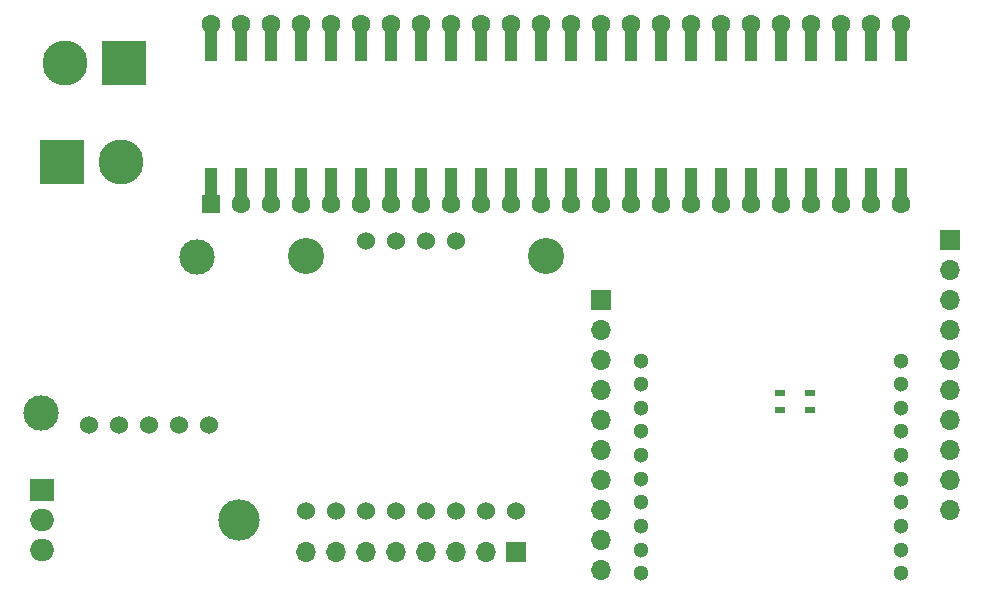
<source format=gbs>
G04 #@! TF.GenerationSoftware,KiCad,Pcbnew,(5.1.10)-1*
G04 #@! TF.CreationDate,2022-04-17T04:02:28-07:00*
G04 #@! TF.ProjectId,GPS_Board,4750535f-426f-4617-9264-2e6b69636164,rev?*
G04 #@! TF.SameCoordinates,Original*
G04 #@! TF.FileFunction,Soldermask,Bot*
G04 #@! TF.FilePolarity,Negative*
%FSLAX46Y46*%
G04 Gerber Fmt 4.6, Leading zero omitted, Abs format (unit mm)*
G04 Created by KiCad (PCBNEW (5.1.10)-1) date 2022-04-17 04:02:28*
%MOMM*%
%LPD*%
G01*
G04 APERTURE LIST*
%ADD10R,0.900000X0.600000*%
%ADD11R,1.016000X2.540000*%
%ADD12C,1.600000*%
%ADD13R,1.600000X1.600000*%
%ADD14C,1.300000*%
%ADD15O,3.500000X3.500000*%
%ADD16R,2.000000X1.905000*%
%ADD17O,2.000000X1.905000*%
%ADD18C,3.000000*%
%ADD19C,1.524000*%
%ADD20C,3.048000*%
%ADD21R,3.800000X3.800000*%
%ADD22C,3.800000*%
%ADD23O,1.700000X1.700000*%
%ADD24R,1.700000X1.700000*%
G04 APERTURE END LIST*
D10*
X180186500Y-95408500D03*
X180186500Y-93908500D03*
X182736500Y-95418500D03*
X182736500Y-93918500D03*
D11*
X162426500Y-76128500D03*
X185286500Y-76128500D03*
X177666500Y-76128500D03*
X167506500Y-76128500D03*
X190366500Y-76128500D03*
X187826500Y-76128500D03*
X175126500Y-76128500D03*
X164966500Y-76128500D03*
X172586500Y-76128500D03*
X182746500Y-76128500D03*
X170046500Y-76128500D03*
X180206500Y-76128500D03*
X139566500Y-76128500D03*
X152266500Y-76128500D03*
X142106500Y-76128500D03*
X144646500Y-76128500D03*
X134486500Y-76128500D03*
X149726500Y-76128500D03*
X157346500Y-76128500D03*
X159886500Y-76128500D03*
X137026500Y-76128500D03*
X154806500Y-76128500D03*
X131946500Y-76128500D03*
X147186500Y-76128500D03*
X159906500Y-64578500D03*
X137046500Y-64578500D03*
X144666500Y-64578500D03*
X154826500Y-64578500D03*
X131966500Y-64578500D03*
X134506500Y-64578500D03*
X147206500Y-64578500D03*
X157366500Y-64578500D03*
X149746500Y-64578500D03*
X139586500Y-64578500D03*
X152286500Y-64578500D03*
X142126500Y-64578500D03*
X182766500Y-64578500D03*
X170066500Y-64578500D03*
X180226500Y-64578500D03*
X177686500Y-64578500D03*
X187846500Y-64578500D03*
X172606500Y-64578500D03*
X164986500Y-64578500D03*
X162446500Y-64578500D03*
X185306500Y-64578500D03*
X167526500Y-64578500D03*
X190386500Y-64578500D03*
X175146500Y-64578500D03*
D12*
X172593000Y-77914500D03*
X175133000Y-77914500D03*
X177673000Y-77914500D03*
X180213000Y-77914500D03*
X170053000Y-77914500D03*
X167513000Y-77914500D03*
X164973000Y-77914500D03*
X182753000Y-77914500D03*
X185293000Y-77914500D03*
X187833000Y-77914500D03*
X190373000Y-77914500D03*
X190373000Y-62674500D03*
X187833000Y-62674500D03*
X185293000Y-62674500D03*
X182753000Y-62674500D03*
X180213000Y-62674500D03*
X177673000Y-62674500D03*
X175133000Y-62674500D03*
X172593000Y-62674500D03*
X170053000Y-62674500D03*
X167513000Y-62674500D03*
X162433000Y-77914500D03*
X159893000Y-77914500D03*
X157353000Y-77914500D03*
X154813000Y-77914500D03*
X152273000Y-77914500D03*
X149733000Y-77914500D03*
X147193000Y-77914500D03*
X144653000Y-77914500D03*
X142113000Y-77914500D03*
X139573000Y-77914500D03*
X137033000Y-77914500D03*
X134493000Y-77914500D03*
D13*
X131953000Y-77914500D03*
D12*
X164973000Y-62674500D03*
X162433000Y-62674500D03*
X159893000Y-62674500D03*
X157353000Y-62674500D03*
X154813000Y-62674500D03*
X152273000Y-62674500D03*
X149733000Y-62674500D03*
X147193000Y-62674500D03*
X144653000Y-62674500D03*
X142113000Y-62674500D03*
X139573000Y-62674500D03*
X137033000Y-62674500D03*
X134493000Y-62674500D03*
X131953000Y-62674500D03*
D14*
X168387500Y-101203000D03*
X168387500Y-95203000D03*
X168387500Y-99203000D03*
X168387500Y-93203000D03*
X168387500Y-107203000D03*
X168387500Y-105203000D03*
X168387500Y-109203000D03*
X168387500Y-103203000D03*
X168387500Y-91203000D03*
X168387500Y-97203000D03*
X190387500Y-93203000D03*
X190387500Y-91203000D03*
X190387500Y-97203000D03*
X190387500Y-95203000D03*
X190387500Y-101203000D03*
X190387500Y-99203000D03*
X190387500Y-105203000D03*
X190387500Y-103203000D03*
X190387500Y-107203000D03*
X190387500Y-109203000D03*
D15*
X134326800Y-104740400D03*
D16*
X117666800Y-102200400D03*
D17*
X117666800Y-104740400D03*
X117666800Y-107280400D03*
D18*
X117606000Y-95627000D03*
D19*
X121666000Y-96647000D03*
X124206000Y-96647000D03*
X131836000Y-96657000D03*
X129286000Y-96647000D03*
X126746000Y-96647000D03*
D18*
X130806000Y-82427000D03*
D20*
X160337500Y-82359500D03*
X140017500Y-82359500D03*
D19*
X145097500Y-81089500D03*
X147637500Y-81089500D03*
X150177500Y-81089500D03*
X152717500Y-81089500D03*
X147637500Y-103949500D03*
X145097500Y-103949500D03*
X140017500Y-103949500D03*
X142557500Y-103949500D03*
X157797500Y-103949500D03*
X150177500Y-103949500D03*
X152717500Y-103949500D03*
X155257500Y-103949500D03*
D21*
X124587000Y-65976500D03*
D22*
X119587000Y-65976500D03*
X124396500Y-74358500D03*
D21*
X119396500Y-74358500D03*
D23*
X194564000Y-103886000D03*
X194564000Y-101346000D03*
X194564000Y-98806000D03*
X194564000Y-96266000D03*
X194564000Y-93726000D03*
X194564000Y-91186000D03*
X194564000Y-88646000D03*
X194564000Y-86106000D03*
X194564000Y-83566000D03*
D24*
X194564000Y-81026000D03*
X164973000Y-86042500D03*
D23*
X164973000Y-88582500D03*
X164973000Y-91122500D03*
X164973000Y-93662500D03*
X164973000Y-96202500D03*
X164973000Y-98742500D03*
X164973000Y-101282500D03*
X164973000Y-103822500D03*
X164973000Y-106362500D03*
X164973000Y-108902500D03*
D24*
X157831500Y-107378500D03*
D23*
X155291500Y-107378500D03*
X152751500Y-107378500D03*
X150211500Y-107378500D03*
X147671500Y-107378500D03*
X145131500Y-107378500D03*
X142591500Y-107378500D03*
X140051500Y-107378500D03*
M02*

</source>
